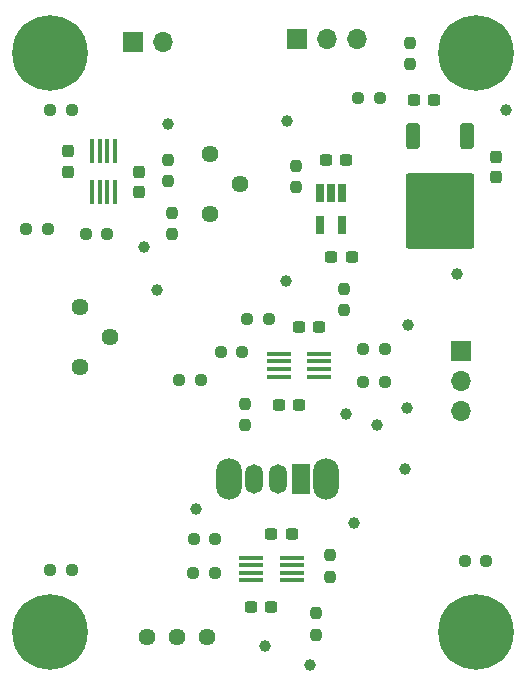
<source format=gbr>
%TF.GenerationSoftware,KiCad,Pcbnew,7.0.2-0*%
%TF.CreationDate,2025-01-08T13:43:56-05:00*%
%TF.ProjectId,plaqchek_potentiostat,706c6171-6368-4656-9b5f-706f74656e74,rev?*%
%TF.SameCoordinates,Original*%
%TF.FileFunction,Soldermask,Top*%
%TF.FilePolarity,Negative*%
%FSLAX46Y46*%
G04 Gerber Fmt 4.6, Leading zero omitted, Abs format (unit mm)*
G04 Created by KiCad (PCBNEW 7.0.2-0) date 2025-01-08 13:43:56*
%MOMM*%
%LPD*%
G01*
G04 APERTURE LIST*
G04 Aperture macros list*
%AMRoundRect*
0 Rectangle with rounded corners*
0 $1 Rounding radius*
0 $2 $3 $4 $5 $6 $7 $8 $9 X,Y pos of 4 corners*
0 Add a 4 corners polygon primitive as box body*
4,1,4,$2,$3,$4,$5,$6,$7,$8,$9,$2,$3,0*
0 Add four circle primitives for the rounded corners*
1,1,$1+$1,$2,$3*
1,1,$1+$1,$4,$5*
1,1,$1+$1,$6,$7*
1,1,$1+$1,$8,$9*
0 Add four rect primitives between the rounded corners*
20,1,$1+$1,$2,$3,$4,$5,0*
20,1,$1+$1,$4,$5,$6,$7,0*
20,1,$1+$1,$6,$7,$8,$9,0*
20,1,$1+$1,$8,$9,$2,$3,0*%
G04 Aperture macros list end*
%ADD10C,1.440000*%
%ADD11C,1.000000*%
%ADD12RoundRect,0.250000X-0.350000X0.850000X-0.350000X-0.850000X0.350000X-0.850000X0.350000X0.850000X0*%
%ADD13RoundRect,0.249997X-2.650003X2.950003X-2.650003X-2.950003X2.650003X-2.950003X2.650003X2.950003X0*%
%ADD14RoundRect,0.237500X0.237500X-0.250000X0.237500X0.250000X-0.237500X0.250000X-0.237500X-0.250000X0*%
%ADD15O,2.200000X3.500000*%
%ADD16R,1.500000X2.500000*%
%ADD17O,1.500000X2.500000*%
%ADD18C,6.400000*%
%ADD19RoundRect,0.237500X-0.237500X0.300000X-0.237500X-0.300000X0.237500X-0.300000X0.237500X0.300000X0*%
%ADD20R,1.700000X1.700000*%
%ADD21O,1.700000X1.700000*%
%ADD22RoundRect,0.237500X0.300000X0.237500X-0.300000X0.237500X-0.300000X-0.237500X0.300000X-0.237500X0*%
%ADD23RoundRect,0.237500X-0.250000X-0.237500X0.250000X-0.237500X0.250000X0.237500X-0.250000X0.237500X0*%
%ADD24RoundRect,0.237500X-0.300000X-0.237500X0.300000X-0.237500X0.300000X0.237500X-0.300000X0.237500X0*%
%ADD25RoundRect,0.237500X-0.237500X0.250000X-0.237500X-0.250000X0.237500X-0.250000X0.237500X0.250000X0*%
%ADD26RoundRect,0.237500X0.237500X-0.300000X0.237500X0.300000X-0.237500X0.300000X-0.237500X-0.300000X0*%
%ADD27RoundRect,0.237500X0.250000X0.237500X-0.250000X0.237500X-0.250000X-0.237500X0.250000X-0.237500X0*%
%ADD28R,2.000000X0.400000*%
%ADD29R,0.650000X1.560000*%
%ADD30R,0.400000X2.000000*%
G04 APERTURE END LIST*
D10*
%TO.C,RV2*%
X151500000Y-113500000D03*
X154040000Y-116040000D03*
X151500000Y-118580000D03*
%TD*%
D11*
%TO.C,TP3*%
X156900000Y-108400000D03*
%TD*%
D10*
%TO.C,RV3*%
X157210000Y-141397500D03*
X159750000Y-141397500D03*
X162290000Y-141397500D03*
%TD*%
D12*
%TO.C,U6*%
X184255000Y-99025000D03*
D13*
X181975000Y-105325000D03*
D12*
X179695000Y-99025000D03*
%TD*%
D11*
%TO.C,TP7*%
X167210000Y-142197500D03*
%TD*%
D14*
%TO.C,R15*%
X173830000Y-113742500D03*
X173830000Y-111917500D03*
%TD*%
D15*
%TO.C,SW2*%
X172350000Y-128000000D03*
X164150000Y-128000000D03*
D16*
X170250000Y-128000000D03*
D17*
X168250000Y-128000000D03*
X166250000Y-128000000D03*
%TD*%
D11*
%TO.C,TP12*%
X169000000Y-97750000D03*
%TD*%
%TO.C,TP1*%
X179300000Y-115000000D03*
%TD*%
%TO.C,TP15*%
X158000000Y-112000000D03*
%TD*%
D18*
%TO.C,H4*%
X149000000Y-141000000D03*
%TD*%
D14*
%TO.C,R17*%
X169800000Y-103312500D03*
X169800000Y-101487500D03*
%TD*%
D11*
%TO.C,TP4*%
X179000000Y-127200000D03*
%TD*%
D19*
%TO.C,C2*%
X156500000Y-102025000D03*
X156500000Y-103750000D03*
%TD*%
D20*
%TO.C,J3*%
X156000000Y-91000000D03*
D21*
X158540000Y-91000000D03*
%TD*%
D22*
%TO.C,C8*%
X167710000Y-138897500D03*
X165985000Y-138897500D03*
%TD*%
D23*
%TO.C,R19*%
X149000000Y-135750000D03*
X150825000Y-135750000D03*
%TD*%
D14*
%TO.C,R8*%
X165500000Y-123495000D03*
X165500000Y-121670000D03*
%TD*%
D18*
%TO.C,H3*%
X185000000Y-141000000D03*
%TD*%
D11*
%TO.C,TP2*%
X174000000Y-122500000D03*
%TD*%
D23*
%TO.C,R7*%
X159925000Y-119670000D03*
X161750000Y-119670000D03*
%TD*%
D22*
%TO.C,C9*%
X174025000Y-100987500D03*
X172300000Y-100987500D03*
%TD*%
D23*
%TO.C,R12*%
X165675000Y-114500000D03*
X167500000Y-114500000D03*
%TD*%
D24*
%TO.C,C5*%
X170025000Y-115170000D03*
X171750000Y-115170000D03*
%TD*%
D25*
%TO.C,R11*%
X172710000Y-134497500D03*
X172710000Y-136322500D03*
%TD*%
D23*
%TO.C,R4*%
X161135000Y-133147500D03*
X162960000Y-133147500D03*
%TD*%
D25*
%TO.C,R9*%
X171460000Y-139410000D03*
X171460000Y-141235000D03*
%TD*%
D20*
%TO.C,J1*%
X183750000Y-117200000D03*
D21*
X183750000Y-119740000D03*
X183750000Y-122280000D03*
%TD*%
D23*
%TO.C,R1*%
X161112477Y-135976329D03*
X162937477Y-135976329D03*
%TD*%
D26*
%TO.C,C3*%
X150500000Y-102000000D03*
X150500000Y-100275000D03*
%TD*%
D11*
%TO.C,TP14*%
X176680000Y-123430000D03*
%TD*%
D23*
%TO.C,R6*%
X149000000Y-96750000D03*
X150825000Y-96750000D03*
%TD*%
D25*
%TO.C,R2*%
X179412500Y-91087500D03*
X179412500Y-92912500D03*
%TD*%
D27*
%TO.C,R20*%
X177312500Y-117000000D03*
X175487500Y-117000000D03*
%TD*%
D22*
%TO.C,C6*%
X170054999Y-121724153D03*
X168329999Y-121724153D03*
%TD*%
D27*
%TO.C,R21*%
X177312500Y-119800000D03*
X175487500Y-119800000D03*
%TD*%
D11*
%TO.C,TP10*%
X187600000Y-96800000D03*
%TD*%
D14*
%TO.C,R13*%
X159000000Y-102825000D03*
X159000000Y-101000000D03*
%TD*%
D11*
%TO.C,TP8*%
X174750000Y-131750000D03*
%TD*%
D22*
%TO.C,C10*%
X174525000Y-109237500D03*
X172800000Y-109237500D03*
%TD*%
D11*
%TO.C,TP9*%
X168960000Y-111230000D03*
%TD*%
D28*
%TO.C,U3*%
X168330000Y-117420000D03*
X168330000Y-118060000D03*
X168330000Y-118720000D03*
X168330000Y-119360000D03*
X171750000Y-119360000D03*
X171750000Y-118720000D03*
X171750000Y-118060000D03*
X171750000Y-117420000D03*
%TD*%
D10*
%TO.C,RV1*%
X162500000Y-100500000D03*
X165040000Y-103040000D03*
X162500000Y-105580000D03*
%TD*%
D29*
%TO.C,U5*%
X173700000Y-103787500D03*
X172750000Y-103787500D03*
X171800000Y-103787500D03*
X171800000Y-106487500D03*
X173700000Y-106487500D03*
%TD*%
D18*
%TO.C,H2*%
X149000000Y-92000000D03*
%TD*%
D24*
%TO.C,C7*%
X167713296Y-132664470D03*
X169438296Y-132664470D03*
%TD*%
D11*
%TO.C,TP6*%
X161360000Y-130530000D03*
%TD*%
D19*
%TO.C,C11*%
X186725000Y-100750000D03*
X186725000Y-102475000D03*
%TD*%
D14*
%TO.C,R3*%
X159300000Y-107300000D03*
X159300000Y-105475000D03*
%TD*%
D22*
%TO.C,C12*%
X181475404Y-95968390D03*
X179750404Y-95968390D03*
%TD*%
D20*
%TO.C,J2*%
X169920000Y-90750000D03*
D21*
X172460000Y-90750000D03*
X175000000Y-90750000D03*
%TD*%
D11*
%TO.C,TP13*%
X171000000Y-143750000D03*
%TD*%
D27*
%TO.C,R18*%
X185912500Y-135000000D03*
X184087500Y-135000000D03*
%TD*%
D28*
%TO.C,U4*%
X166000000Y-134677500D03*
X166000000Y-135317500D03*
X166000000Y-135977500D03*
X166000000Y-136617500D03*
X169420000Y-136617500D03*
X169420000Y-135977500D03*
X169420000Y-135317500D03*
X169420000Y-134677500D03*
%TD*%
D11*
%TO.C,TP16*%
X183390000Y-110660000D03*
%TD*%
%TO.C,TP5*%
X159000000Y-98000000D03*
%TD*%
D30*
%TO.C,U1*%
X154470000Y-100290000D03*
X153830000Y-100290000D03*
X153170000Y-100290000D03*
X152530000Y-100290000D03*
X152530000Y-103710000D03*
X153170000Y-103710000D03*
X153830000Y-103710000D03*
X154470000Y-103710000D03*
%TD*%
D23*
%TO.C,R14*%
X152012500Y-107275000D03*
X153837500Y-107275000D03*
%TD*%
%TO.C,R10*%
X163425000Y-117250000D03*
X165250000Y-117250000D03*
%TD*%
D11*
%TO.C,TP11*%
X179200000Y-122000000D03*
%TD*%
D23*
%TO.C,R16*%
X175087500Y-95800000D03*
X176912500Y-95800000D03*
%TD*%
D18*
%TO.C,H1*%
X185000000Y-92000000D03*
%TD*%
D23*
%TO.C,R5*%
X146942455Y-106839642D03*
X148767455Y-106839642D03*
%TD*%
M02*

</source>
